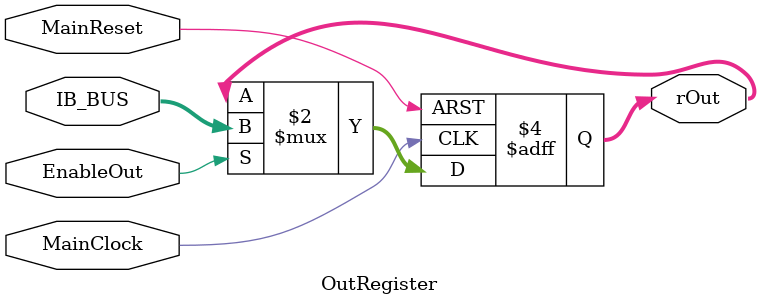
<source format=v>
`timescale 1ns / 1ps
`default_nettype none

module OutRegister(
    input  wire        MainClock,
    input  wire        MainReset,
    input  wire        EnableOut,
    inout  wire [3:0]  IB_BUS,
    output reg  [3:0]  rOut
);
    always @(posedge MainClock or posedge MainReset) begin
        if (MainReset)
            rOut <= 4'b0000;
        else if (EnableOut)
            rOut <= IB_BUS;
    end
endmodule

`default_nettype wire

</source>
